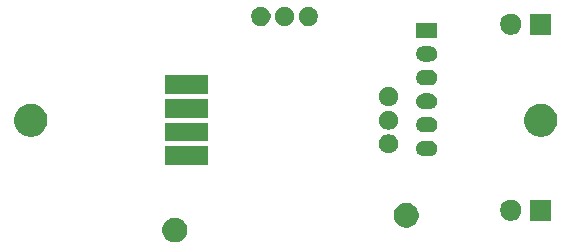
<source format=gbr>
G04 #@! TF.GenerationSoftware,KiCad,Pcbnew,5.1.5-52549c5~86~ubuntu18.04.1*
G04 #@! TF.CreationDate,2020-05-17T18:20:31-04:00*
G04 #@! TF.ProjectId,2020 05 PSP Joystick Breakout,32303230-2030-4352-9050-5350204a6f79,rev?*
G04 #@! TF.SameCoordinates,Original*
G04 #@! TF.FileFunction,Soldermask,Top*
G04 #@! TF.FilePolarity,Negative*
%FSLAX46Y46*%
G04 Gerber Fmt 4.6, Leading zero omitted, Abs format (unit mm)*
G04 Created by KiCad (PCBNEW 5.1.5-52549c5~86~ubuntu18.04.1) date 2020-05-17 18:20:31*
%MOMM*%
%LPD*%
G04 APERTURE LIST*
%ADD10C,0.100000*%
G04 APERTURE END LIST*
D10*
G36*
X149656564Y-128939389D02*
G01*
X149847833Y-129018615D01*
X149847835Y-129018616D01*
X149922426Y-129068456D01*
X150019973Y-129133635D01*
X150166365Y-129280027D01*
X150281385Y-129452167D01*
X150360611Y-129643436D01*
X150401000Y-129846484D01*
X150401000Y-130053516D01*
X150360611Y-130256564D01*
X150281385Y-130447833D01*
X150281384Y-130447835D01*
X150166365Y-130619973D01*
X150019973Y-130766365D01*
X149847835Y-130881384D01*
X149847834Y-130881385D01*
X149847833Y-130881385D01*
X149656564Y-130960611D01*
X149453516Y-131001000D01*
X149246484Y-131001000D01*
X149043436Y-130960611D01*
X148852167Y-130881385D01*
X148852166Y-130881385D01*
X148852165Y-130881384D01*
X148680027Y-130766365D01*
X148533635Y-130619973D01*
X148418616Y-130447835D01*
X148418615Y-130447833D01*
X148339389Y-130256564D01*
X148299000Y-130053516D01*
X148299000Y-129846484D01*
X148339389Y-129643436D01*
X148418615Y-129452167D01*
X148533635Y-129280027D01*
X148680027Y-129133635D01*
X148777574Y-129068456D01*
X148852165Y-129018616D01*
X148852167Y-129018615D01*
X149043436Y-128939389D01*
X149246484Y-128899000D01*
X149453516Y-128899000D01*
X149656564Y-128939389D01*
G37*
G36*
X169256564Y-127689389D02*
G01*
X169447833Y-127768615D01*
X169447835Y-127768616D01*
X169559482Y-127843216D01*
X169619973Y-127883635D01*
X169766365Y-128030027D01*
X169881385Y-128202167D01*
X169960611Y-128393436D01*
X170001000Y-128596484D01*
X170001000Y-128803516D01*
X169960611Y-129006564D01*
X169881385Y-129197833D01*
X169881384Y-129197835D01*
X169766365Y-129369973D01*
X169619973Y-129516365D01*
X169447835Y-129631384D01*
X169447834Y-129631385D01*
X169447833Y-129631385D01*
X169256564Y-129710611D01*
X169053516Y-129751000D01*
X168846484Y-129751000D01*
X168643436Y-129710611D01*
X168452167Y-129631385D01*
X168452166Y-129631385D01*
X168452165Y-129631384D01*
X168280027Y-129516365D01*
X168133635Y-129369973D01*
X168018616Y-129197835D01*
X168018615Y-129197833D01*
X167939389Y-129006564D01*
X167899000Y-128803516D01*
X167899000Y-128596484D01*
X167939389Y-128393436D01*
X168018615Y-128202167D01*
X168133635Y-128030027D01*
X168280027Y-127883635D01*
X168340518Y-127843216D01*
X168452165Y-127768616D01*
X168452167Y-127768615D01*
X168643436Y-127689389D01*
X168846484Y-127649000D01*
X169053516Y-127649000D01*
X169256564Y-127689389D01*
G37*
G36*
X181241000Y-129171000D02*
G01*
X179439000Y-129171000D01*
X179439000Y-127369000D01*
X181241000Y-127369000D01*
X181241000Y-129171000D01*
G37*
G36*
X177913512Y-127373927D02*
G01*
X178062812Y-127403624D01*
X178226784Y-127471544D01*
X178374354Y-127570147D01*
X178499853Y-127695646D01*
X178598456Y-127843216D01*
X178666376Y-128007188D01*
X178701000Y-128181259D01*
X178701000Y-128358741D01*
X178666376Y-128532812D01*
X178598456Y-128696784D01*
X178499853Y-128844354D01*
X178374354Y-128969853D01*
X178226784Y-129068456D01*
X178062812Y-129136376D01*
X177913512Y-129166073D01*
X177888742Y-129171000D01*
X177711258Y-129171000D01*
X177686488Y-129166073D01*
X177537188Y-129136376D01*
X177373216Y-129068456D01*
X177225646Y-128969853D01*
X177100147Y-128844354D01*
X177001544Y-128696784D01*
X176933624Y-128532812D01*
X176899000Y-128358741D01*
X176899000Y-128181259D01*
X176933624Y-128007188D01*
X177001544Y-127843216D01*
X177100147Y-127695646D01*
X177225646Y-127570147D01*
X177373216Y-127471544D01*
X177537188Y-127403624D01*
X177686488Y-127373927D01*
X177711258Y-127369000D01*
X177888742Y-127369000D01*
X177913512Y-127373927D01*
G37*
G36*
X152151000Y-124451000D02*
G01*
X148549000Y-124451000D01*
X148549000Y-122849000D01*
X152151000Y-122849000D01*
X152151000Y-124451000D01*
G37*
G36*
X171001855Y-122382140D02*
G01*
X171065618Y-122388420D01*
X171146176Y-122412857D01*
X171188336Y-122425646D01*
X171301425Y-122486094D01*
X171400554Y-122567446D01*
X171481906Y-122666575D01*
X171542354Y-122779664D01*
X171542355Y-122779668D01*
X171579580Y-122902382D01*
X171592149Y-123030000D01*
X171579580Y-123157618D01*
X171552040Y-123248404D01*
X171542354Y-123280336D01*
X171481906Y-123393425D01*
X171400554Y-123492554D01*
X171301425Y-123573906D01*
X171188336Y-123634354D01*
X171156404Y-123644040D01*
X171065618Y-123671580D01*
X171001855Y-123677860D01*
X170969974Y-123681000D01*
X170406026Y-123681000D01*
X170374145Y-123677860D01*
X170310382Y-123671580D01*
X170219596Y-123644040D01*
X170187664Y-123634354D01*
X170074575Y-123573906D01*
X169975446Y-123492554D01*
X169894094Y-123393425D01*
X169833646Y-123280336D01*
X169823960Y-123248404D01*
X169796420Y-123157618D01*
X169783851Y-123030000D01*
X169796420Y-122902382D01*
X169833645Y-122779668D01*
X169833646Y-122779664D01*
X169894094Y-122666575D01*
X169975446Y-122567446D01*
X170074575Y-122486094D01*
X170187664Y-122425646D01*
X170229824Y-122412857D01*
X170310382Y-122388420D01*
X170374145Y-122382140D01*
X170406026Y-122379000D01*
X170969974Y-122379000D01*
X171001855Y-122382140D01*
G37*
G36*
X167687142Y-121868242D02*
G01*
X167835101Y-121929529D01*
X167968255Y-122018499D01*
X168081501Y-122131745D01*
X168170471Y-122264899D01*
X168231758Y-122412858D01*
X168263000Y-122569925D01*
X168263000Y-122730075D01*
X168231758Y-122887142D01*
X168170471Y-123035101D01*
X168081501Y-123168255D01*
X167968255Y-123281501D01*
X167835101Y-123370471D01*
X167687142Y-123431758D01*
X167530075Y-123463000D01*
X167369925Y-123463000D01*
X167212858Y-123431758D01*
X167064899Y-123370471D01*
X166931745Y-123281501D01*
X166818499Y-123168255D01*
X166729529Y-123035101D01*
X166668242Y-122887142D01*
X166637000Y-122730075D01*
X166637000Y-122569925D01*
X166668242Y-122412858D01*
X166729529Y-122264899D01*
X166818499Y-122131745D01*
X166931745Y-122018499D01*
X167064899Y-121929529D01*
X167212858Y-121868242D01*
X167369925Y-121837000D01*
X167530075Y-121837000D01*
X167687142Y-121868242D01*
G37*
G36*
X152151000Y-122451000D02*
G01*
X148549000Y-122451000D01*
X148549000Y-120849000D01*
X152151000Y-120849000D01*
X152151000Y-122451000D01*
G37*
G36*
X180635505Y-119280332D02*
G01*
X180748657Y-119302839D01*
X180854267Y-119346585D01*
X181003621Y-119408449D01*
X181003622Y-119408450D01*
X181233086Y-119561772D01*
X181428228Y-119756914D01*
X181502615Y-119868243D01*
X181581551Y-119986379D01*
X181594856Y-120018501D01*
X181687161Y-120241343D01*
X181691847Y-120264900D01*
X181735845Y-120486095D01*
X181741000Y-120512014D01*
X181741000Y-120787986D01*
X181691847Y-121035101D01*
X181687161Y-121058656D01*
X181581551Y-121313621D01*
X181581550Y-121313622D01*
X181428228Y-121543086D01*
X181233086Y-121738228D01*
X181085262Y-121837000D01*
X181003621Y-121891551D01*
X180854267Y-121953415D01*
X180748657Y-121997161D01*
X180658433Y-122015107D01*
X180477988Y-122051000D01*
X180202012Y-122051000D01*
X180021567Y-122015107D01*
X179931343Y-121997161D01*
X179825733Y-121953415D01*
X179676379Y-121891551D01*
X179594738Y-121837000D01*
X179446914Y-121738228D01*
X179251772Y-121543086D01*
X179098450Y-121313622D01*
X179098449Y-121313621D01*
X178992839Y-121058656D01*
X178988154Y-121035101D01*
X178939000Y-120787986D01*
X178939000Y-120512014D01*
X178944156Y-120486095D01*
X178988153Y-120264900D01*
X178992839Y-120241343D01*
X179085144Y-120018501D01*
X179098449Y-119986379D01*
X179177385Y-119868243D01*
X179251772Y-119756914D01*
X179446914Y-119561772D01*
X179676378Y-119408450D01*
X179676379Y-119408449D01*
X179825733Y-119346585D01*
X179931343Y-119302839D01*
X180044495Y-119280332D01*
X180202012Y-119249000D01*
X180477988Y-119249000D01*
X180635505Y-119280332D01*
G37*
G36*
X137455505Y-119280332D02*
G01*
X137568657Y-119302839D01*
X137674267Y-119346585D01*
X137823621Y-119408449D01*
X137823622Y-119408450D01*
X138053086Y-119561772D01*
X138248228Y-119756914D01*
X138322615Y-119868243D01*
X138401551Y-119986379D01*
X138414856Y-120018501D01*
X138507161Y-120241343D01*
X138511847Y-120264900D01*
X138555845Y-120486095D01*
X138561000Y-120512014D01*
X138561000Y-120787986D01*
X138511847Y-121035101D01*
X138507161Y-121058656D01*
X138401551Y-121313621D01*
X138401550Y-121313622D01*
X138248228Y-121543086D01*
X138053086Y-121738228D01*
X137905262Y-121837000D01*
X137823621Y-121891551D01*
X137674267Y-121953415D01*
X137568657Y-121997161D01*
X137478433Y-122015107D01*
X137297988Y-122051000D01*
X137022012Y-122051000D01*
X136841567Y-122015107D01*
X136751343Y-121997161D01*
X136645733Y-121953415D01*
X136496379Y-121891551D01*
X136414738Y-121837000D01*
X136266914Y-121738228D01*
X136071772Y-121543086D01*
X135918450Y-121313622D01*
X135918449Y-121313621D01*
X135812839Y-121058656D01*
X135808154Y-121035101D01*
X135759000Y-120787986D01*
X135759000Y-120512014D01*
X135764156Y-120486095D01*
X135808153Y-120264900D01*
X135812839Y-120241343D01*
X135905144Y-120018501D01*
X135918449Y-119986379D01*
X135997385Y-119868243D01*
X136071772Y-119756914D01*
X136266914Y-119561772D01*
X136496378Y-119408450D01*
X136496379Y-119408449D01*
X136645733Y-119346585D01*
X136751343Y-119302839D01*
X136864495Y-119280332D01*
X137022012Y-119249000D01*
X137297988Y-119249000D01*
X137455505Y-119280332D01*
G37*
G36*
X171001855Y-120382140D02*
G01*
X171065618Y-120388420D01*
X171146176Y-120412857D01*
X171188336Y-120425646D01*
X171301425Y-120486094D01*
X171400554Y-120567446D01*
X171481906Y-120666575D01*
X171542354Y-120779664D01*
X171542355Y-120779668D01*
X171579580Y-120902382D01*
X171592149Y-121030000D01*
X171579580Y-121157618D01*
X171552040Y-121248404D01*
X171542354Y-121280336D01*
X171481906Y-121393425D01*
X171400554Y-121492554D01*
X171301425Y-121573906D01*
X171188336Y-121634354D01*
X171156404Y-121644040D01*
X171065618Y-121671580D01*
X171001855Y-121677860D01*
X170969974Y-121681000D01*
X170406026Y-121681000D01*
X170374145Y-121677860D01*
X170310382Y-121671580D01*
X170219596Y-121644040D01*
X170187664Y-121634354D01*
X170074575Y-121573906D01*
X169975446Y-121492554D01*
X169894094Y-121393425D01*
X169833646Y-121280336D01*
X169823960Y-121248404D01*
X169796420Y-121157618D01*
X169783851Y-121030000D01*
X169796420Y-120902382D01*
X169833645Y-120779668D01*
X169833646Y-120779664D01*
X169894094Y-120666575D01*
X169975446Y-120567446D01*
X170074575Y-120486094D01*
X170187664Y-120425646D01*
X170229824Y-120412857D01*
X170310382Y-120388420D01*
X170374145Y-120382140D01*
X170406026Y-120379000D01*
X170969974Y-120379000D01*
X171001855Y-120382140D01*
G37*
G36*
X167687142Y-119868242D02*
G01*
X167835101Y-119929529D01*
X167968255Y-120018499D01*
X168081501Y-120131745D01*
X168170471Y-120264899D01*
X168231758Y-120412858D01*
X168263000Y-120569925D01*
X168263000Y-120730075D01*
X168231758Y-120887142D01*
X168170471Y-121035101D01*
X168081501Y-121168255D01*
X167968255Y-121281501D01*
X167835101Y-121370471D01*
X167687142Y-121431758D01*
X167530075Y-121463000D01*
X167369925Y-121463000D01*
X167212858Y-121431758D01*
X167064899Y-121370471D01*
X166931745Y-121281501D01*
X166818499Y-121168255D01*
X166729529Y-121035101D01*
X166668242Y-120887142D01*
X166637000Y-120730075D01*
X166637000Y-120569925D01*
X166668242Y-120412858D01*
X166729529Y-120264899D01*
X166818499Y-120131745D01*
X166931745Y-120018499D01*
X167064899Y-119929529D01*
X167212858Y-119868242D01*
X167369925Y-119837000D01*
X167530075Y-119837000D01*
X167687142Y-119868242D01*
G37*
G36*
X152151000Y-120451000D02*
G01*
X148549000Y-120451000D01*
X148549000Y-118849000D01*
X152151000Y-118849000D01*
X152151000Y-120451000D01*
G37*
G36*
X171001855Y-118382140D02*
G01*
X171065618Y-118388420D01*
X171146176Y-118412857D01*
X171188336Y-118425646D01*
X171301425Y-118486094D01*
X171400554Y-118567446D01*
X171481906Y-118666575D01*
X171542354Y-118779664D01*
X171542355Y-118779668D01*
X171579580Y-118902382D01*
X171592149Y-119030000D01*
X171579580Y-119157618D01*
X171552040Y-119248404D01*
X171542354Y-119280336D01*
X171481906Y-119393425D01*
X171400554Y-119492554D01*
X171301425Y-119573906D01*
X171188336Y-119634354D01*
X171156404Y-119644040D01*
X171065618Y-119671580D01*
X171001855Y-119677860D01*
X170969974Y-119681000D01*
X170406026Y-119681000D01*
X170374145Y-119677860D01*
X170310382Y-119671580D01*
X170219596Y-119644040D01*
X170187664Y-119634354D01*
X170074575Y-119573906D01*
X169975446Y-119492554D01*
X169894094Y-119393425D01*
X169833646Y-119280336D01*
X169823960Y-119248404D01*
X169796420Y-119157618D01*
X169783851Y-119030000D01*
X169796420Y-118902382D01*
X169833645Y-118779668D01*
X169833646Y-118779664D01*
X169894094Y-118666575D01*
X169975446Y-118567446D01*
X170074575Y-118486094D01*
X170187664Y-118425646D01*
X170229824Y-118412857D01*
X170310382Y-118388420D01*
X170374145Y-118382140D01*
X170406026Y-118379000D01*
X170969974Y-118379000D01*
X171001855Y-118382140D01*
G37*
G36*
X167687142Y-117868242D02*
G01*
X167835101Y-117929529D01*
X167968255Y-118018499D01*
X168081501Y-118131745D01*
X168170471Y-118264899D01*
X168231758Y-118412858D01*
X168263000Y-118569925D01*
X168263000Y-118730075D01*
X168231758Y-118887142D01*
X168170471Y-119035101D01*
X168081501Y-119168255D01*
X167968255Y-119281501D01*
X167835101Y-119370471D01*
X167687142Y-119431758D01*
X167530075Y-119463000D01*
X167369925Y-119463000D01*
X167212858Y-119431758D01*
X167064899Y-119370471D01*
X166931745Y-119281501D01*
X166818499Y-119168255D01*
X166729529Y-119035101D01*
X166668242Y-118887142D01*
X166637000Y-118730075D01*
X166637000Y-118569925D01*
X166668242Y-118412858D01*
X166729529Y-118264899D01*
X166818499Y-118131745D01*
X166931745Y-118018499D01*
X167064899Y-117929529D01*
X167212858Y-117868242D01*
X167369925Y-117837000D01*
X167530075Y-117837000D01*
X167687142Y-117868242D01*
G37*
G36*
X152151000Y-118451000D02*
G01*
X148549000Y-118451000D01*
X148549000Y-116849000D01*
X152151000Y-116849000D01*
X152151000Y-118451000D01*
G37*
G36*
X171001855Y-116382140D02*
G01*
X171065618Y-116388420D01*
X171156404Y-116415960D01*
X171188336Y-116425646D01*
X171301425Y-116486094D01*
X171400554Y-116567446D01*
X171481906Y-116666575D01*
X171542354Y-116779664D01*
X171542355Y-116779668D01*
X171579580Y-116902382D01*
X171592149Y-117030000D01*
X171579580Y-117157618D01*
X171552040Y-117248404D01*
X171542354Y-117280336D01*
X171481906Y-117393425D01*
X171400554Y-117492554D01*
X171301425Y-117573906D01*
X171188336Y-117634354D01*
X171156404Y-117644040D01*
X171065618Y-117671580D01*
X171001855Y-117677860D01*
X170969974Y-117681000D01*
X170406026Y-117681000D01*
X170374145Y-117677860D01*
X170310382Y-117671580D01*
X170219596Y-117644040D01*
X170187664Y-117634354D01*
X170074575Y-117573906D01*
X169975446Y-117492554D01*
X169894094Y-117393425D01*
X169833646Y-117280336D01*
X169823960Y-117248404D01*
X169796420Y-117157618D01*
X169783851Y-117030000D01*
X169796420Y-116902382D01*
X169833645Y-116779668D01*
X169833646Y-116779664D01*
X169894094Y-116666575D01*
X169975446Y-116567446D01*
X170074575Y-116486094D01*
X170187664Y-116425646D01*
X170219596Y-116415960D01*
X170310382Y-116388420D01*
X170374145Y-116382140D01*
X170406026Y-116379000D01*
X170969974Y-116379000D01*
X171001855Y-116382140D01*
G37*
G36*
X171001855Y-114382140D02*
G01*
X171065618Y-114388420D01*
X171156404Y-114415960D01*
X171188336Y-114425646D01*
X171301425Y-114486094D01*
X171400554Y-114567446D01*
X171481906Y-114666575D01*
X171542354Y-114779664D01*
X171542355Y-114779668D01*
X171579580Y-114902382D01*
X171592149Y-115030000D01*
X171579580Y-115157618D01*
X171552040Y-115248404D01*
X171542354Y-115280336D01*
X171481906Y-115393425D01*
X171400554Y-115492554D01*
X171301425Y-115573906D01*
X171188336Y-115634354D01*
X171156404Y-115644040D01*
X171065618Y-115671580D01*
X171001855Y-115677860D01*
X170969974Y-115681000D01*
X170406026Y-115681000D01*
X170374145Y-115677860D01*
X170310382Y-115671580D01*
X170219596Y-115644040D01*
X170187664Y-115634354D01*
X170074575Y-115573906D01*
X169975446Y-115492554D01*
X169894094Y-115393425D01*
X169833646Y-115280336D01*
X169823960Y-115248404D01*
X169796420Y-115157618D01*
X169783851Y-115030000D01*
X169796420Y-114902382D01*
X169833645Y-114779668D01*
X169833646Y-114779664D01*
X169894094Y-114666575D01*
X169975446Y-114567446D01*
X170074575Y-114486094D01*
X170187664Y-114425646D01*
X170219596Y-114415960D01*
X170310382Y-114388420D01*
X170374145Y-114382140D01*
X170406026Y-114379000D01*
X170969974Y-114379000D01*
X171001855Y-114382140D01*
G37*
G36*
X171589000Y-113681000D02*
G01*
X169787000Y-113681000D01*
X169787000Y-112379000D01*
X171589000Y-112379000D01*
X171589000Y-113681000D01*
G37*
G36*
X181241000Y-113423000D02*
G01*
X179439000Y-113423000D01*
X179439000Y-111621000D01*
X181241000Y-111621000D01*
X181241000Y-113423000D01*
G37*
G36*
X177913512Y-111625927D02*
G01*
X178062812Y-111655624D01*
X178226784Y-111723544D01*
X178374354Y-111822147D01*
X178499853Y-111947646D01*
X178598456Y-112095216D01*
X178666376Y-112259188D01*
X178701000Y-112433259D01*
X178701000Y-112610741D01*
X178666376Y-112784812D01*
X178598456Y-112948784D01*
X178499853Y-113096354D01*
X178374354Y-113221853D01*
X178226784Y-113320456D01*
X178062812Y-113388376D01*
X177913512Y-113418073D01*
X177888742Y-113423000D01*
X177711258Y-113423000D01*
X177686488Y-113418073D01*
X177537188Y-113388376D01*
X177373216Y-113320456D01*
X177225646Y-113221853D01*
X177100147Y-113096354D01*
X177001544Y-112948784D01*
X176933624Y-112784812D01*
X176899000Y-112610741D01*
X176899000Y-112433259D01*
X176933624Y-112259188D01*
X177001544Y-112095216D01*
X177100147Y-111947646D01*
X177225646Y-111822147D01*
X177373216Y-111723544D01*
X177537188Y-111655624D01*
X177686488Y-111625927D01*
X177711258Y-111621000D01*
X177888742Y-111621000D01*
X177913512Y-111625927D01*
G37*
G36*
X160887142Y-111068242D02*
G01*
X161035101Y-111129529D01*
X161168255Y-111218499D01*
X161281501Y-111331745D01*
X161370471Y-111464899D01*
X161431758Y-111612858D01*
X161463000Y-111769925D01*
X161463000Y-111930075D01*
X161431758Y-112087142D01*
X161370471Y-112235101D01*
X161281501Y-112368255D01*
X161168255Y-112481501D01*
X161035101Y-112570471D01*
X160887142Y-112631758D01*
X160730075Y-112663000D01*
X160569925Y-112663000D01*
X160412858Y-112631758D01*
X160264899Y-112570471D01*
X160131745Y-112481501D01*
X160018499Y-112368255D01*
X159929529Y-112235101D01*
X159868242Y-112087142D01*
X159837000Y-111930075D01*
X159837000Y-111769925D01*
X159868242Y-111612858D01*
X159929529Y-111464899D01*
X160018499Y-111331745D01*
X160131745Y-111218499D01*
X160264899Y-111129529D01*
X160412858Y-111068242D01*
X160569925Y-111037000D01*
X160730075Y-111037000D01*
X160887142Y-111068242D01*
G37*
G36*
X158887142Y-111068242D02*
G01*
X159035101Y-111129529D01*
X159168255Y-111218499D01*
X159281501Y-111331745D01*
X159370471Y-111464899D01*
X159431758Y-111612858D01*
X159463000Y-111769925D01*
X159463000Y-111930075D01*
X159431758Y-112087142D01*
X159370471Y-112235101D01*
X159281501Y-112368255D01*
X159168255Y-112481501D01*
X159035101Y-112570471D01*
X158887142Y-112631758D01*
X158730075Y-112663000D01*
X158569925Y-112663000D01*
X158412858Y-112631758D01*
X158264899Y-112570471D01*
X158131745Y-112481501D01*
X158018499Y-112368255D01*
X157929529Y-112235101D01*
X157868242Y-112087142D01*
X157837000Y-111930075D01*
X157837000Y-111769925D01*
X157868242Y-111612858D01*
X157929529Y-111464899D01*
X158018499Y-111331745D01*
X158131745Y-111218499D01*
X158264899Y-111129529D01*
X158412858Y-111068242D01*
X158569925Y-111037000D01*
X158730075Y-111037000D01*
X158887142Y-111068242D01*
G37*
G36*
X156887142Y-111068242D02*
G01*
X157035101Y-111129529D01*
X157168255Y-111218499D01*
X157281501Y-111331745D01*
X157370471Y-111464899D01*
X157431758Y-111612858D01*
X157463000Y-111769925D01*
X157463000Y-111930075D01*
X157431758Y-112087142D01*
X157370471Y-112235101D01*
X157281501Y-112368255D01*
X157168255Y-112481501D01*
X157035101Y-112570471D01*
X156887142Y-112631758D01*
X156730075Y-112663000D01*
X156569925Y-112663000D01*
X156412858Y-112631758D01*
X156264899Y-112570471D01*
X156131745Y-112481501D01*
X156018499Y-112368255D01*
X155929529Y-112235101D01*
X155868242Y-112087142D01*
X155837000Y-111930075D01*
X155837000Y-111769925D01*
X155868242Y-111612858D01*
X155929529Y-111464899D01*
X156018499Y-111331745D01*
X156131745Y-111218499D01*
X156264899Y-111129529D01*
X156412858Y-111068242D01*
X156569925Y-111037000D01*
X156730075Y-111037000D01*
X156887142Y-111068242D01*
G37*
M02*

</source>
